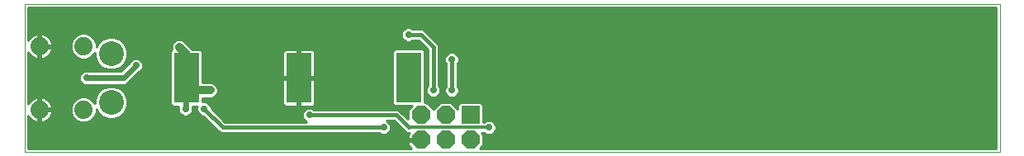
<source format=gbl>
G75*
G70*
%OFA0B0*%
%FSLAX24Y24*%
%IPPOS*%
%LPD*%
%AMOC8*
5,1,8,0,0,1.08239X$1,22.5*
%
%ADD10C,0.0000*%
%ADD11R,0.0740X0.0740*%
%ADD12OC8,0.0740*%
%ADD13C,0.0740*%
%ADD14R,0.1000X0.2000*%
%ADD15C,0.1000*%
%ADD16C,0.0277*%
%ADD17C,0.0240*%
%ADD18C,0.0320*%
%ADD19C,0.0120*%
%ADD20C,0.0160*%
%ADD21C,0.0100*%
D10*
X000151Y001048D02*
X000151Y007044D01*
X039521Y007044D01*
X039521Y001048D01*
X000151Y001048D01*
D11*
X018151Y002548D03*
D12*
X017151Y002548D03*
X016151Y002548D03*
X016151Y001548D03*
X017151Y001548D03*
X018151Y001548D03*
D13*
X002541Y002768D03*
X000761Y002768D03*
X000761Y005328D03*
X002541Y005328D03*
D14*
X006698Y004056D03*
X011230Y004048D03*
X015659Y004076D03*
D15*
X003651Y005032D03*
X003651Y003064D03*
D16*
X006651Y002798D03*
X007401Y002798D03*
X010401Y003048D03*
X011651Y002548D03*
X014651Y002048D03*
X018901Y002048D03*
X020151Y001548D03*
X018651Y003548D03*
X017401Y003548D03*
X016651Y003548D03*
X017401Y004798D03*
X018651Y005548D03*
X015651Y005798D03*
X014151Y006048D03*
X011651Y005548D03*
X010651Y005548D03*
X006401Y005298D03*
X004651Y004548D03*
X002651Y004048D03*
X007651Y003548D03*
X020151Y006298D03*
X024651Y006298D03*
X029901Y006298D03*
X033651Y006298D03*
X038401Y006298D03*
X038401Y001798D03*
X030401Y001548D03*
D17*
X006651Y002798D02*
X006651Y004009D01*
X006698Y004056D01*
X006698Y005001D01*
X004651Y004548D02*
X004151Y004048D01*
X002651Y004048D01*
D18*
X006401Y005298D02*
X006698Y005001D01*
X007206Y003548D02*
X007651Y003548D01*
D19*
X015651Y002048D02*
X018901Y002048D01*
D20*
X015651Y002048D02*
X015151Y002548D01*
X011651Y002548D01*
X014651Y002048D02*
X008151Y002048D01*
X007401Y002798D01*
X007206Y003548D02*
X006698Y004056D01*
X015651Y005798D02*
X016151Y005798D01*
X016651Y005298D01*
X016651Y003548D01*
X017401Y003548D02*
X017401Y004798D01*
D21*
X017112Y004793D02*
X016881Y004793D01*
X016881Y004694D02*
X017132Y004694D01*
X017112Y004741D02*
X017156Y004635D01*
X017171Y004620D01*
X017171Y003727D01*
X017156Y003712D01*
X017112Y003606D01*
X017112Y003491D01*
X017156Y003385D01*
X017238Y003303D01*
X017344Y003259D01*
X017459Y003259D01*
X017565Y003303D01*
X017646Y003385D01*
X017690Y003491D01*
X017690Y003606D01*
X017646Y003712D01*
X017631Y003727D01*
X017631Y004620D01*
X017646Y004635D01*
X017690Y004741D01*
X017690Y004856D01*
X017646Y004962D01*
X017565Y005043D01*
X017459Y005087D01*
X017344Y005087D01*
X017238Y005043D01*
X017156Y004962D01*
X017112Y004856D01*
X017112Y004741D01*
X017671Y004694D02*
X039371Y004694D01*
X039371Y004596D02*
X017631Y004596D01*
X017631Y004497D02*
X039371Y004497D01*
X039371Y004399D02*
X017631Y004399D01*
X017171Y004399D02*
X016881Y004399D01*
X016881Y004497D02*
X017171Y004497D01*
X017171Y004596D02*
X016881Y004596D01*
X016421Y004596D02*
X016309Y004596D01*
X016309Y004694D02*
X016421Y004694D01*
X016421Y004793D02*
X016309Y004793D01*
X016309Y004891D02*
X016421Y004891D01*
X016421Y004990D02*
X016309Y004990D01*
X016309Y005088D02*
X016421Y005088D01*
X016421Y005187D02*
X016260Y005187D01*
X016221Y005226D02*
X015097Y005226D01*
X015009Y005138D01*
X015009Y003014D01*
X015097Y002926D01*
X015793Y002926D01*
X015631Y002764D01*
X015631Y002393D01*
X015381Y002643D01*
X015246Y002778D01*
X011830Y002778D01*
X011815Y002793D01*
X011709Y002837D01*
X011594Y002837D01*
X011488Y002793D01*
X011406Y002712D01*
X011362Y002606D01*
X011362Y002491D01*
X011406Y002385D01*
X011488Y002303D01*
X011549Y002278D01*
X008246Y002278D01*
X007690Y002835D01*
X007690Y002856D01*
X007646Y002962D01*
X007565Y003043D01*
X007459Y003087D01*
X007348Y003087D01*
X007348Y003238D01*
X007713Y003238D01*
X007827Y003285D01*
X007914Y003373D01*
X007961Y003486D01*
X007961Y003610D01*
X007914Y003724D01*
X007827Y003811D01*
X007713Y003858D01*
X007348Y003858D01*
X007348Y005118D01*
X007261Y005206D01*
X006932Y005206D01*
X006577Y005561D01*
X006463Y005608D01*
X006339Y005608D01*
X006226Y005561D01*
X006138Y005474D01*
X006091Y005360D01*
X006091Y005236D01*
X006113Y005183D01*
X006048Y005118D01*
X006048Y002994D01*
X006136Y002906D01*
X006381Y002906D01*
X006381Y002901D01*
X006362Y002856D01*
X006362Y002741D01*
X006406Y002635D01*
X006488Y002553D01*
X006594Y002509D01*
X006709Y002509D01*
X006815Y002553D01*
X006896Y002635D01*
X006940Y002741D01*
X006940Y002856D01*
X006921Y002901D01*
X006921Y002906D01*
X007133Y002906D01*
X007112Y002856D01*
X007112Y002741D01*
X007156Y002635D01*
X007238Y002553D01*
X007344Y002509D01*
X007365Y002509D01*
X008056Y001818D01*
X008246Y001818D01*
X014473Y001818D01*
X014488Y001803D01*
X014594Y001759D01*
X014709Y001759D01*
X014815Y001803D01*
X014896Y001885D01*
X014940Y001991D01*
X014940Y002106D01*
X014896Y002212D01*
X014815Y002293D01*
X014754Y002318D01*
X015056Y002318D01*
X015556Y001818D01*
X015686Y001818D01*
X015631Y001764D01*
X015631Y001598D01*
X016101Y001598D01*
X016101Y001498D01*
X015631Y001498D01*
X015631Y001333D01*
X015766Y001198D01*
X000301Y001198D01*
X000301Y002526D01*
X000316Y002496D01*
X000365Y002429D01*
X000422Y002372D01*
X000489Y002323D01*
X000562Y002286D01*
X000639Y002261D01*
X000711Y002250D01*
X000711Y002718D01*
X000811Y002718D01*
X000811Y002250D01*
X000883Y002261D01*
X000961Y002286D01*
X001034Y002323D01*
X001100Y002372D01*
X001158Y002429D01*
X001206Y002496D01*
X001243Y002569D01*
X001268Y002646D01*
X001280Y002718D01*
X000811Y002718D01*
X000811Y002818D01*
X000711Y002818D01*
X000711Y003287D01*
X000639Y003275D01*
X000562Y003250D01*
X000489Y003213D01*
X000422Y003165D01*
X000365Y003107D01*
X000316Y003041D01*
X000301Y003011D01*
X000301Y005086D01*
X000316Y005056D01*
X000365Y004989D01*
X000422Y004932D01*
X000489Y004883D01*
X000562Y004846D01*
X000639Y004821D01*
X000711Y004810D01*
X000711Y005278D01*
X000811Y005278D01*
X000811Y004810D01*
X000883Y004821D01*
X000961Y004846D01*
X001034Y004883D01*
X001100Y004932D01*
X001158Y004989D01*
X001206Y005056D01*
X001243Y005129D01*
X001268Y005206D01*
X001280Y005278D01*
X000811Y005278D01*
X000811Y005378D01*
X000711Y005378D01*
X000711Y005847D01*
X000639Y005835D01*
X000562Y005810D01*
X000489Y005773D01*
X000422Y005725D01*
X000365Y005667D01*
X000316Y005601D01*
X000301Y005571D01*
X000301Y006894D01*
X039371Y006894D01*
X039371Y001198D01*
X018536Y001198D01*
X018671Y001333D01*
X018671Y001764D01*
X018596Y001838D01*
X018703Y001838D01*
X018738Y001803D01*
X018844Y001759D01*
X018959Y001759D01*
X019065Y001803D01*
X019146Y001885D01*
X019190Y001991D01*
X019190Y002106D01*
X019146Y002212D01*
X019065Y002293D01*
X018959Y002337D01*
X018844Y002337D01*
X018738Y002293D01*
X018703Y002258D01*
X018671Y002258D01*
X018671Y002980D01*
X018583Y003068D01*
X017719Y003068D01*
X017631Y002980D01*
X017631Y002803D01*
X017367Y003068D01*
X016936Y003068D01*
X016651Y002784D01*
X016367Y003068D01*
X016309Y003068D01*
X016309Y005138D01*
X016221Y005226D01*
X016339Y005286D02*
X006852Y005286D01*
X006754Y005384D02*
X016240Y005384D01*
X016141Y005483D02*
X006655Y005483D01*
X006528Y005581D02*
X015460Y005581D01*
X015488Y005553D02*
X015406Y005635D01*
X015362Y005741D01*
X015362Y005856D01*
X015406Y005962D01*
X015488Y006043D01*
X015594Y006087D01*
X015709Y006087D01*
X015815Y006043D01*
X015830Y006028D01*
X016246Y006028D01*
X016381Y005893D01*
X016881Y005393D01*
X016881Y005203D01*
X016881Y003727D01*
X016896Y003712D01*
X016940Y003606D01*
X016940Y003491D01*
X016896Y003385D01*
X016815Y003303D01*
X016709Y003259D01*
X016594Y003259D01*
X016488Y003303D01*
X016406Y003385D01*
X016362Y003491D01*
X016362Y003606D01*
X016406Y003712D01*
X016421Y003727D01*
X016421Y005203D01*
X016056Y005568D01*
X015830Y005568D01*
X015815Y005553D01*
X015709Y005509D01*
X015594Y005509D01*
X015488Y005553D01*
X015388Y005680D02*
X003787Y005680D01*
X003780Y005682D02*
X003522Y005682D01*
X003283Y005583D01*
X003100Y005401D01*
X003061Y005306D01*
X003061Y005432D01*
X002982Y005623D01*
X002836Y005769D01*
X002645Y005848D01*
X002438Y005848D01*
X002247Y005769D01*
X002100Y005623D01*
X002021Y005432D01*
X002021Y005225D01*
X002100Y005034D01*
X002247Y004887D01*
X002438Y004808D01*
X002645Y004808D01*
X002836Y004887D01*
X002982Y005034D01*
X003001Y005080D01*
X003001Y004903D01*
X003100Y004664D01*
X003283Y004481D01*
X003522Y004382D01*
X003780Y004382D01*
X004019Y004481D01*
X004202Y004664D01*
X004301Y004903D01*
X004301Y005162D01*
X004202Y005401D01*
X004019Y005583D01*
X003780Y005682D01*
X004022Y005581D02*
X006274Y005581D01*
X006147Y005483D02*
X004120Y005483D01*
X004209Y005384D02*
X006101Y005384D01*
X006091Y005286D02*
X004250Y005286D01*
X004291Y005187D02*
X006112Y005187D01*
X006048Y005088D02*
X004301Y005088D01*
X004301Y004990D02*
X006048Y004990D01*
X006048Y004891D02*
X004296Y004891D01*
X004488Y004793D02*
X004594Y004837D01*
X004709Y004837D01*
X004815Y004793D01*
X006048Y004793D01*
X006048Y004694D02*
X004903Y004694D01*
X004896Y004712D02*
X004815Y004793D01*
X004896Y004712D02*
X004940Y004606D01*
X004940Y004491D01*
X004896Y004385D01*
X004815Y004303D01*
X004769Y004285D01*
X004304Y003819D01*
X004205Y003778D01*
X004097Y003778D01*
X002754Y003778D01*
X002709Y003759D01*
X002594Y003759D01*
X002488Y003803D01*
X002406Y003885D01*
X002362Y003991D01*
X002362Y004106D01*
X002406Y004212D01*
X002488Y004293D01*
X002594Y004337D01*
X002709Y004337D01*
X002754Y004318D01*
X004039Y004318D01*
X004388Y004666D01*
X004406Y004712D01*
X004488Y004793D01*
X004487Y004793D02*
X004255Y004793D01*
X004215Y004694D02*
X004399Y004694D01*
X004317Y004596D02*
X004134Y004596D01*
X004218Y004497D02*
X004035Y004497D01*
X004120Y004399D02*
X003820Y004399D01*
X003483Y004399D02*
X000301Y004399D01*
X000301Y004497D02*
X003267Y004497D01*
X003169Y004596D02*
X000301Y004596D01*
X000301Y004694D02*
X003088Y004694D01*
X003047Y004793D02*
X000301Y004793D01*
X000301Y004891D02*
X000478Y004891D01*
X000364Y004990D02*
X000301Y004990D01*
X000711Y004990D02*
X000811Y004990D01*
X000811Y005088D02*
X000711Y005088D01*
X000711Y005187D02*
X000811Y005187D01*
X000811Y005286D02*
X002021Y005286D01*
X002021Y005384D02*
X001279Y005384D01*
X001280Y005378D02*
X001268Y005450D01*
X001243Y005528D01*
X001206Y005601D01*
X001158Y005667D01*
X001100Y005725D01*
X001034Y005773D01*
X000961Y005810D01*
X000883Y005835D01*
X000811Y005847D01*
X000811Y005378D01*
X001280Y005378D01*
X000811Y005384D02*
X000711Y005384D01*
X000711Y005483D02*
X000811Y005483D01*
X000811Y005581D02*
X000711Y005581D01*
X000711Y005680D02*
X000811Y005680D01*
X000811Y005778D02*
X000711Y005778D01*
X000499Y005778D02*
X000301Y005778D01*
X000301Y005680D02*
X000377Y005680D01*
X000307Y005581D02*
X000301Y005581D01*
X001023Y005778D02*
X002269Y005778D01*
X002157Y005680D02*
X001145Y005680D01*
X001216Y005581D02*
X002083Y005581D01*
X002042Y005483D02*
X001258Y005483D01*
X001262Y005187D02*
X002037Y005187D01*
X002078Y005088D02*
X001223Y005088D01*
X001158Y004990D02*
X002144Y004990D01*
X002243Y004891D02*
X001045Y004891D01*
X000811Y004891D02*
X000711Y004891D01*
X002840Y004891D02*
X003006Y004891D01*
X003001Y004990D02*
X002938Y004990D01*
X003061Y005384D02*
X003093Y005384D01*
X003040Y005483D02*
X003182Y005483D01*
X003281Y005581D02*
X002999Y005581D01*
X002925Y005680D02*
X003515Y005680D01*
X002813Y005778D02*
X015362Y005778D01*
X015371Y005877D02*
X000301Y005877D01*
X000301Y005975D02*
X015420Y005975D01*
X015562Y006074D02*
X000301Y006074D01*
X000301Y006172D02*
X039371Y006172D01*
X039371Y006074D02*
X015740Y006074D01*
X016299Y005975D02*
X039371Y005975D01*
X039371Y005877D02*
X016398Y005877D01*
X016496Y005778D02*
X039371Y005778D01*
X039371Y005680D02*
X016595Y005680D01*
X016693Y005581D02*
X039371Y005581D01*
X039371Y005483D02*
X016792Y005483D01*
X016881Y005384D02*
X039371Y005384D01*
X039371Y005286D02*
X016881Y005286D01*
X016881Y005187D02*
X039371Y005187D01*
X039371Y005088D02*
X016881Y005088D01*
X016881Y004990D02*
X017185Y004990D01*
X017127Y004891D02*
X016881Y004891D01*
X017618Y004990D02*
X039371Y004990D01*
X039371Y004891D02*
X017675Y004891D01*
X017690Y004793D02*
X039371Y004793D01*
X039371Y004300D02*
X017631Y004300D01*
X017631Y004202D02*
X039371Y004202D01*
X039371Y004103D02*
X017631Y004103D01*
X017631Y004004D02*
X039371Y004004D01*
X039371Y003906D02*
X017631Y003906D01*
X017171Y003906D02*
X016881Y003906D01*
X016881Y004004D02*
X017171Y004004D01*
X017171Y004103D02*
X016881Y004103D01*
X016881Y004202D02*
X017171Y004202D01*
X017171Y004300D02*
X016881Y004300D01*
X016421Y004300D02*
X016309Y004300D01*
X016309Y004202D02*
X016421Y004202D01*
X016421Y004103D02*
X016309Y004103D01*
X016309Y004004D02*
X016421Y004004D01*
X016421Y003906D02*
X016309Y003906D01*
X016309Y003807D02*
X016421Y003807D01*
X016405Y003709D02*
X016309Y003709D01*
X016309Y003610D02*
X016364Y003610D01*
X016362Y003512D02*
X016309Y003512D01*
X016309Y003413D02*
X016394Y003413D01*
X016476Y003315D02*
X016309Y003315D01*
X016826Y003315D02*
X017226Y003315D01*
X017144Y003413D02*
X016908Y003413D01*
X016940Y003512D02*
X017112Y003512D01*
X017114Y003610D02*
X016938Y003610D01*
X016897Y003709D02*
X017155Y003709D01*
X017171Y003807D02*
X016881Y003807D01*
X017631Y003807D02*
X039371Y003807D01*
X039371Y003709D02*
X017647Y003709D01*
X017688Y003610D02*
X039371Y003610D01*
X039371Y003512D02*
X017690Y003512D01*
X017658Y003413D02*
X039371Y003413D01*
X039371Y003315D02*
X017576Y003315D01*
X016309Y003216D02*
X039371Y003216D01*
X039371Y003118D02*
X016309Y003118D01*
X016416Y003019D02*
X016887Y003019D01*
X016788Y002921D02*
X016514Y002921D01*
X016613Y002822D02*
X016690Y002822D01*
X017416Y003019D02*
X017670Y003019D01*
X017631Y002921D02*
X017514Y002921D01*
X017613Y002822D02*
X017631Y002822D01*
X018632Y003019D02*
X039371Y003019D01*
X039371Y002921D02*
X018671Y002921D01*
X018671Y002822D02*
X039371Y002822D01*
X039371Y002723D02*
X018671Y002723D01*
X018671Y002625D02*
X039371Y002625D01*
X039371Y002526D02*
X018671Y002526D01*
X018671Y002428D02*
X039371Y002428D01*
X039371Y002329D02*
X018977Y002329D01*
X018825Y002329D02*
X018671Y002329D01*
X019127Y002231D02*
X039371Y002231D01*
X039371Y002132D02*
X019179Y002132D01*
X019190Y002034D02*
X039371Y002034D01*
X039371Y001935D02*
X019167Y001935D01*
X019098Y001837D02*
X039371Y001837D01*
X039371Y001738D02*
X018671Y001738D01*
X018671Y001639D02*
X039371Y001639D01*
X039371Y001541D02*
X018671Y001541D01*
X018671Y001442D02*
X039371Y001442D01*
X039371Y001344D02*
X018671Y001344D01*
X018584Y001245D02*
X039371Y001245D01*
X018704Y001837D02*
X018598Y001837D01*
X016101Y001541D02*
X000301Y001541D01*
X000301Y001639D02*
X015631Y001639D01*
X015631Y001738D02*
X000301Y001738D01*
X000301Y001837D02*
X008038Y001837D01*
X007939Y001935D02*
X000301Y001935D01*
X000301Y002034D02*
X007840Y002034D01*
X007742Y002132D02*
X000301Y002132D01*
X000301Y002231D02*
X007643Y002231D01*
X007545Y002329D02*
X002838Y002329D01*
X002836Y002327D02*
X002982Y002474D01*
X003061Y002665D01*
X003061Y002790D01*
X003100Y002696D01*
X003283Y002513D01*
X003522Y002414D01*
X003780Y002414D01*
X004019Y002513D01*
X004202Y002696D01*
X004301Y002935D01*
X004301Y003193D01*
X004202Y003432D01*
X004019Y003615D01*
X003780Y003714D01*
X003522Y003714D01*
X003283Y003615D01*
X003100Y003432D01*
X003001Y003193D01*
X003001Y003016D01*
X002982Y003063D01*
X002836Y003209D01*
X002645Y003288D01*
X002438Y003288D01*
X002247Y003209D01*
X002100Y003063D01*
X002021Y002872D01*
X002021Y002665D01*
X002100Y002474D01*
X002247Y002327D01*
X002438Y002248D01*
X002645Y002248D01*
X002836Y002327D01*
X002936Y002428D02*
X003488Y002428D01*
X003269Y002526D02*
X003004Y002526D01*
X003045Y002625D02*
X003171Y002625D01*
X003089Y002723D02*
X003061Y002723D01*
X002079Y002526D02*
X001222Y002526D01*
X001261Y002625D02*
X002038Y002625D01*
X002021Y002723D02*
X000811Y002723D01*
X000811Y002625D02*
X000711Y002625D01*
X000711Y002526D02*
X000811Y002526D01*
X000811Y002428D02*
X000711Y002428D01*
X000711Y002329D02*
X000811Y002329D01*
X001042Y002329D02*
X002245Y002329D01*
X002146Y002428D02*
X001156Y002428D01*
X000481Y002329D02*
X000301Y002329D01*
X000301Y002428D02*
X000366Y002428D01*
X000711Y002822D02*
X000811Y002822D01*
X000811Y002818D02*
X000811Y003287D01*
X000883Y003275D01*
X000961Y003250D01*
X001034Y003213D01*
X001100Y003165D01*
X001158Y003107D01*
X001206Y003041D01*
X001243Y002968D01*
X001268Y002890D01*
X001280Y002818D01*
X000811Y002818D01*
X000811Y002921D02*
X000711Y002921D01*
X000711Y003019D02*
X000811Y003019D01*
X000811Y003118D02*
X000711Y003118D01*
X000711Y003216D02*
X000811Y003216D01*
X001027Y003216D02*
X002264Y003216D01*
X002155Y003118D02*
X001147Y003118D01*
X001217Y003019D02*
X002082Y003019D01*
X002041Y002921D02*
X001258Y002921D01*
X001279Y002822D02*
X002021Y002822D01*
X003000Y003019D02*
X003001Y003019D01*
X003001Y003118D02*
X002927Y003118D01*
X003011Y003216D02*
X002818Y003216D01*
X003051Y003315D02*
X000301Y003315D01*
X000301Y003413D02*
X003092Y003413D01*
X003180Y003512D02*
X000301Y003512D01*
X000301Y003610D02*
X003278Y003610D01*
X003510Y003709D02*
X000301Y003709D01*
X000301Y003807D02*
X002484Y003807D01*
X002398Y003906D02*
X000301Y003906D01*
X000301Y004004D02*
X002362Y004004D01*
X002362Y004103D02*
X000301Y004103D01*
X000301Y004202D02*
X002402Y004202D01*
X002505Y004300D02*
X000301Y004300D01*
X003793Y003709D02*
X006048Y003709D01*
X006048Y003807D02*
X004275Y003807D01*
X004391Y003906D02*
X006048Y003906D01*
X006048Y004004D02*
X004489Y004004D01*
X004588Y004103D02*
X006048Y004103D01*
X006048Y004202D02*
X004686Y004202D01*
X004807Y004300D02*
X006048Y004300D01*
X006048Y004399D02*
X004902Y004399D01*
X004940Y004497D02*
X006048Y004497D01*
X006048Y004596D02*
X004940Y004596D01*
X007348Y004596D02*
X010580Y004596D01*
X010580Y004694D02*
X007348Y004694D01*
X007348Y004793D02*
X010580Y004793D01*
X010580Y004891D02*
X007348Y004891D01*
X007348Y004990D02*
X010580Y004990D01*
X010580Y005068D02*
X010580Y004098D01*
X011180Y004098D01*
X011180Y003998D01*
X011280Y003998D01*
X011280Y002898D01*
X011750Y002898D01*
X011788Y002908D01*
X011822Y002928D01*
X011850Y002956D01*
X011870Y002990D01*
X011880Y003028D01*
X011880Y003998D01*
X011280Y003998D01*
X011280Y004098D01*
X011880Y004098D01*
X011880Y005068D01*
X011870Y005106D01*
X011850Y005140D01*
X011822Y005168D01*
X011788Y005188D01*
X011750Y005198D01*
X011280Y005198D01*
X011280Y004098D01*
X011180Y004098D01*
X011180Y005198D01*
X010710Y005198D01*
X010672Y005188D01*
X010638Y005168D01*
X010610Y005140D01*
X010590Y005106D01*
X010580Y005068D01*
X010585Y005088D02*
X007348Y005088D01*
X007280Y005187D02*
X010670Y005187D01*
X011180Y005187D02*
X011280Y005187D01*
X011280Y005088D02*
X011180Y005088D01*
X011180Y004990D02*
X011280Y004990D01*
X011280Y004891D02*
X011180Y004891D01*
X011880Y004891D02*
X015009Y004891D01*
X015009Y004990D02*
X011880Y004990D01*
X011874Y005088D02*
X015009Y005088D01*
X015058Y005187D02*
X011789Y005187D01*
X011880Y004793D02*
X015009Y004793D01*
X015009Y004694D02*
X011880Y004694D01*
X011880Y004596D02*
X015009Y004596D01*
X015009Y004497D02*
X011880Y004497D01*
X011880Y004399D02*
X015009Y004399D01*
X015009Y004300D02*
X011880Y004300D01*
X011880Y004202D02*
X015009Y004202D01*
X015009Y004103D02*
X011880Y004103D01*
X011280Y004103D02*
X011180Y004103D01*
X011180Y004004D02*
X007348Y004004D01*
X007348Y003906D02*
X010580Y003906D01*
X010580Y003998D02*
X010580Y003028D01*
X010590Y002990D01*
X010610Y002956D01*
X010638Y002928D01*
X010672Y002908D01*
X010710Y002898D01*
X011180Y002898D01*
X011180Y003998D01*
X010580Y003998D01*
X010580Y004103D02*
X007348Y004103D01*
X007348Y004202D02*
X010580Y004202D01*
X010580Y004300D02*
X007348Y004300D01*
X007348Y004399D02*
X010580Y004399D01*
X010580Y004497D02*
X007348Y004497D01*
X007830Y003807D02*
X010580Y003807D01*
X010580Y003709D02*
X007920Y003709D01*
X007961Y003610D02*
X010580Y003610D01*
X010580Y003512D02*
X007961Y003512D01*
X007931Y003413D02*
X010580Y003413D01*
X010580Y003315D02*
X007856Y003315D01*
X007348Y003216D02*
X010580Y003216D01*
X010580Y003118D02*
X007348Y003118D01*
X007589Y003019D02*
X010582Y003019D01*
X010651Y002921D02*
X007663Y002921D01*
X007703Y002822D02*
X011558Y002822D01*
X011745Y002822D02*
X015690Y002822D01*
X015788Y002921D02*
X011809Y002921D01*
X011877Y003019D02*
X015009Y003019D01*
X015009Y003118D02*
X011880Y003118D01*
X011880Y003216D02*
X015009Y003216D01*
X015009Y003315D02*
X011880Y003315D01*
X011880Y003413D02*
X015009Y003413D01*
X015009Y003512D02*
X011880Y003512D01*
X011880Y003610D02*
X015009Y003610D01*
X015009Y003709D02*
X011880Y003709D01*
X011880Y003807D02*
X015009Y003807D01*
X015009Y003906D02*
X011880Y003906D01*
X011280Y003906D02*
X011180Y003906D01*
X011280Y004004D02*
X015009Y004004D01*
X016309Y004399D02*
X016421Y004399D01*
X016421Y004497D02*
X016309Y004497D01*
X011280Y004497D02*
X011180Y004497D01*
X011180Y004399D02*
X011280Y004399D01*
X011280Y004300D02*
X011180Y004300D01*
X011180Y004202D02*
X011280Y004202D01*
X011280Y004596D02*
X011180Y004596D01*
X011180Y004694D02*
X011280Y004694D01*
X011280Y004793D02*
X011180Y004793D01*
X011180Y003807D02*
X011280Y003807D01*
X011280Y003709D02*
X011180Y003709D01*
X011180Y003610D02*
X011280Y003610D01*
X011280Y003512D02*
X011180Y003512D01*
X011180Y003413D02*
X011280Y003413D01*
X011280Y003315D02*
X011180Y003315D01*
X011180Y003216D02*
X011280Y003216D01*
X011280Y003118D02*
X011180Y003118D01*
X011180Y003019D02*
X011280Y003019D01*
X011280Y002921D02*
X011180Y002921D01*
X011418Y002723D02*
X007801Y002723D01*
X007900Y002625D02*
X011370Y002625D01*
X011362Y002526D02*
X007998Y002526D01*
X008097Y002428D02*
X011388Y002428D01*
X011462Y002329D02*
X008195Y002329D01*
X007446Y002428D02*
X003814Y002428D01*
X004033Y002526D02*
X006553Y002526D01*
X006416Y002625D02*
X004131Y002625D01*
X004214Y002723D02*
X006370Y002723D01*
X006886Y002625D02*
X007166Y002625D01*
X007120Y002723D02*
X006933Y002723D01*
X006940Y002822D02*
X007112Y002822D01*
X006362Y002822D02*
X004254Y002822D01*
X004295Y002921D02*
X006122Y002921D01*
X006048Y003019D02*
X004301Y003019D01*
X004301Y003118D02*
X006048Y003118D01*
X006048Y003216D02*
X004292Y003216D01*
X004251Y003315D02*
X006048Y003315D01*
X006048Y003413D02*
X004210Y003413D01*
X004123Y003512D02*
X006048Y003512D01*
X006048Y003610D02*
X004024Y003610D01*
X000495Y003216D02*
X000301Y003216D01*
X000301Y003118D02*
X000375Y003118D01*
X000305Y003019D02*
X000301Y003019D01*
X006749Y002526D02*
X007303Y002526D01*
X000301Y001442D02*
X015631Y001442D01*
X015631Y001344D02*
X000301Y001344D01*
X000301Y001245D02*
X015719Y001245D01*
X015538Y001837D02*
X014848Y001837D01*
X014917Y001935D02*
X015439Y001935D01*
X015340Y002034D02*
X014940Y002034D01*
X014929Y002132D02*
X015242Y002132D01*
X015143Y002231D02*
X014877Y002231D01*
X015597Y002428D02*
X015631Y002428D01*
X015631Y002526D02*
X015498Y002526D01*
X015400Y002625D02*
X015631Y002625D01*
X015631Y002723D02*
X015301Y002723D01*
X000301Y006271D02*
X039371Y006271D01*
X039371Y006370D02*
X000301Y006370D01*
X000301Y006468D02*
X039371Y006468D01*
X039371Y006567D02*
X000301Y006567D01*
X000301Y006665D02*
X039371Y006665D01*
X039371Y006764D02*
X000301Y006764D01*
X000301Y006862D02*
X039371Y006862D01*
M02*

</source>
